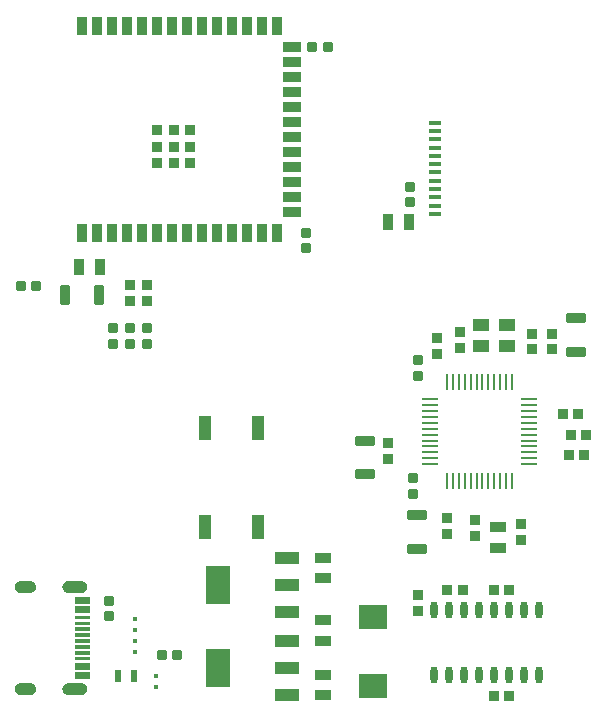
<source format=gbr>
%TF.GenerationSoftware,Altium Limited,Altium Designer,20.1.8 (145)*%
G04 Layer_Color=8421504*
%FSLAX45Y45*%
%MOMM*%
%TF.SameCoordinates,75FC8B90-4BF3-40FB-8E76-FB7BBE10E466*%
%TF.FilePolarity,Positive*%
%TF.FileFunction,Paste,Top*%
%TF.Part,Single*%
G01*
G75*
%TA.AperFunction,SMDPad,CuDef*%
G04:AMPARAMS|DCode=10|XSize=1.1mm|YSize=1.4mm|CornerRadius=0.055mm|HoleSize=0mm|Usage=FLASHONLY|Rotation=270.000|XOffset=0mm|YOffset=0mm|HoleType=Round|Shape=RoundedRectangle|*
%AMROUNDEDRECTD10*
21,1,1.10000,1.29000,0,0,270.0*
21,1,0.99000,1.40000,0,0,270.0*
1,1,0.11000,-0.64500,-0.49500*
1,1,0.11000,-0.64500,0.49500*
1,1,0.11000,0.64500,0.49500*
1,1,0.11000,0.64500,-0.49500*
%
%ADD10ROUNDEDRECTD10*%
G04:AMPARAMS|DCode=11|XSize=0.848mm|YSize=0.848mm|CornerRadius=0.0424mm|HoleSize=0mm|Usage=FLASHONLY|Rotation=0.000|XOffset=0mm|YOffset=0mm|HoleType=Round|Shape=RoundedRectangle|*
%AMROUNDEDRECTD11*
21,1,0.84800,0.76320,0,0,0.0*
21,1,0.76320,0.84800,0,0,0.0*
1,1,0.08480,0.38160,-0.38160*
1,1,0.08480,-0.38160,-0.38160*
1,1,0.08480,-0.38160,0.38160*
1,1,0.08480,0.38160,0.38160*
%
%ADD11ROUNDEDRECTD11*%
G04:AMPARAMS|DCode=12|XSize=0.848mm|YSize=0.848mm|CornerRadius=0.0424mm|HoleSize=0mm|Usage=FLASHONLY|Rotation=270.000|XOffset=0mm|YOffset=0mm|HoleType=Round|Shape=RoundedRectangle|*
%AMROUNDEDRECTD12*
21,1,0.84800,0.76320,0,0,270.0*
21,1,0.76320,0.84800,0,0,270.0*
1,1,0.08480,-0.38160,-0.38160*
1,1,0.08480,-0.38160,0.38160*
1,1,0.08480,0.38160,0.38160*
1,1,0.08480,0.38160,-0.38160*
%
%ADD12ROUNDEDRECTD12*%
G04:AMPARAMS|DCode=16|XSize=2.1mm|YSize=1mm|CornerRadius=0.05mm|HoleSize=0mm|Usage=FLASHONLY|Rotation=270.000|XOffset=0mm|YOffset=0mm|HoleType=Round|Shape=RoundedRectangle|*
%AMROUNDEDRECTD16*
21,1,2.10000,0.90000,0,0,270.0*
21,1,2.00000,1.00000,0,0,270.0*
1,1,0.10000,-0.45000,-1.00000*
1,1,0.10000,-0.45000,1.00000*
1,1,0.10000,0.45000,1.00000*
1,1,0.10000,0.45000,-1.00000*
%
%ADD16ROUNDEDRECTD16*%
G04:AMPARAMS|DCode=17|XSize=0.85mm|YSize=0.8mm|CornerRadius=0.04mm|HoleSize=0mm|Usage=FLASHONLY|Rotation=180.000|XOffset=0mm|YOffset=0mm|HoleType=Round|Shape=RoundedRectangle|*
%AMROUNDEDRECTD17*
21,1,0.85000,0.72000,0,0,180.0*
21,1,0.77000,0.80000,0,0,180.0*
1,1,0.08000,-0.38500,0.36000*
1,1,0.08000,0.38500,0.36000*
1,1,0.08000,0.38500,-0.36000*
1,1,0.08000,-0.38500,-0.36000*
%
%ADD17ROUNDEDRECTD17*%
G04:AMPARAMS|DCode=18|XSize=0.85mm|YSize=0.8mm|CornerRadius=0.048mm|HoleSize=0mm|Usage=FLASHONLY|Rotation=180.000|XOffset=0mm|YOffset=0mm|HoleType=Round|Shape=RoundedRectangle|*
%AMROUNDEDRECTD18*
21,1,0.85000,0.70400,0,0,180.0*
21,1,0.75400,0.80000,0,0,180.0*
1,1,0.09600,-0.37700,0.35200*
1,1,0.09600,0.37700,0.35200*
1,1,0.09600,0.37700,-0.35200*
1,1,0.09600,-0.37700,-0.35200*
%
%ADD18ROUNDEDRECTD18*%
%ADD19O,0.25000X1.40000*%
%ADD20O,1.40000X0.25000*%
G04:AMPARAMS|DCode=21|XSize=1.65mm|YSize=0.8mm|CornerRadius=0.04mm|HoleSize=0mm|Usage=FLASHONLY|Rotation=0.000|XOffset=0mm|YOffset=0mm|HoleType=Round|Shape=RoundedRectangle|*
%AMROUNDEDRECTD21*
21,1,1.65000,0.72000,0,0,0.0*
21,1,1.57000,0.80000,0,0,0.0*
1,1,0.08000,0.78500,-0.36000*
1,1,0.08000,-0.78500,-0.36000*
1,1,0.08000,-0.78500,0.36000*
1,1,0.08000,0.78500,0.36000*
%
%ADD21ROUNDEDRECTD21*%
%TA.AperFunction,ConnectorPad*%
%ADD22R,1.00000X0.45000*%
%TA.AperFunction,BGAPad,CuDef*%
%ADD23R,0.90000X0.90000*%
%TA.AperFunction,ConnectorPad*%
%ADD24R,1.50000X0.90000*%
%ADD25R,0.90000X1.50000*%
%TA.AperFunction,SMDPad,CuDef*%
%ADD26R,0.60000X1.00000*%
%ADD27O,0.60000X1.45000*%
%ADD28R,2.15000X3.25000*%
%ADD29R,2.15000X1.00000*%
G04:AMPARAMS|DCode=30|XSize=0.3mm|YSize=0.4mm|CornerRadius=0.0015mm|HoleSize=0mm|Usage=FLASHONLY|Rotation=0.000|XOffset=0mm|YOffset=0mm|HoleType=Round|Shape=RoundedRectangle|*
%AMROUNDEDRECTD30*
21,1,0.30000,0.39700,0,0,0.0*
21,1,0.29700,0.40000,0,0,0.0*
1,1,0.00300,0.14850,-0.19850*
1,1,0.00300,-0.14850,-0.19850*
1,1,0.00300,-0.14850,0.19850*
1,1,0.00300,0.14850,0.19850*
%
%ADD30ROUNDEDRECTD30*%
G04:AMPARAMS|DCode=31|XSize=0.85mm|YSize=0.8mm|CornerRadius=0.048mm|HoleSize=0mm|Usage=FLASHONLY|Rotation=270.000|XOffset=0mm|YOffset=0mm|HoleType=Round|Shape=RoundedRectangle|*
%AMROUNDEDRECTD31*
21,1,0.85000,0.70400,0,0,270.0*
21,1,0.75400,0.80000,0,0,270.0*
1,1,0.09600,-0.35200,-0.37700*
1,1,0.09600,-0.35200,0.37700*
1,1,0.09600,0.35200,0.37700*
1,1,0.09600,0.35200,-0.37700*
%
%ADD31ROUNDEDRECTD31*%
G04:AMPARAMS|DCode=32|XSize=2.35mm|YSize=2.1mm|CornerRadius=0.0105mm|HoleSize=0mm|Usage=FLASHONLY|Rotation=0.000|XOffset=0mm|YOffset=0mm|HoleType=Round|Shape=RoundedRectangle|*
%AMROUNDEDRECTD32*
21,1,2.35000,2.07900,0,0,0.0*
21,1,2.32900,2.10000,0,0,0.0*
1,1,0.02100,1.16450,-1.03950*
1,1,0.02100,-1.16450,-1.03950*
1,1,0.02100,-1.16450,1.03950*
1,1,0.02100,1.16450,1.03950*
%
%ADD32ROUNDEDRECTD32*%
G04:AMPARAMS|DCode=33|XSize=1.65mm|YSize=0.8mm|CornerRadius=0.04mm|HoleSize=0mm|Usage=FLASHONLY|Rotation=90.000|XOffset=0mm|YOffset=0mm|HoleType=Round|Shape=RoundedRectangle|*
%AMROUNDEDRECTD33*
21,1,1.65000,0.72000,0,0,90.0*
21,1,1.57000,0.80000,0,0,90.0*
1,1,0.08000,0.36000,0.78500*
1,1,0.08000,0.36000,-0.78500*
1,1,0.08000,-0.36000,-0.78500*
1,1,0.08000,-0.36000,0.78500*
%
%ADD33ROUNDEDRECTD33*%
G04:AMPARAMS|DCode=34|XSize=1.275mm|YSize=0.9mm|CornerRadius=0.045mm|HoleSize=0mm|Usage=FLASHONLY|Rotation=0.000|XOffset=0mm|YOffset=0mm|HoleType=Round|Shape=RoundedRectangle|*
%AMROUNDEDRECTD34*
21,1,1.27500,0.81000,0,0,0.0*
21,1,1.18500,0.90000,0,0,0.0*
1,1,0.09000,0.59250,-0.40500*
1,1,0.09000,-0.59250,-0.40500*
1,1,0.09000,-0.59250,0.40500*
1,1,0.09000,0.59250,0.40500*
%
%ADD34ROUNDEDRECTD34*%
G04:AMPARAMS|DCode=35|XSize=1.275mm|YSize=0.9mm|CornerRadius=0.045mm|HoleSize=0mm|Usage=FLASHONLY|Rotation=90.000|XOffset=0mm|YOffset=0mm|HoleType=Round|Shape=RoundedRectangle|*
%AMROUNDEDRECTD35*
21,1,1.27500,0.81000,0,0,90.0*
21,1,1.18500,0.90000,0,0,90.0*
1,1,0.09000,0.40500,0.59250*
1,1,0.09000,0.40500,-0.59250*
1,1,0.09000,-0.40500,-0.59250*
1,1,0.09000,-0.40500,0.59250*
%
%ADD35ROUNDEDRECTD35*%
G36*
X813481Y716272D02*
X689478D01*
Y746267D01*
X813481D01*
Y716272D01*
D02*
G37*
G36*
Y666275D02*
X689478D01*
Y696275D01*
X813481D01*
Y666275D01*
D02*
G37*
G36*
Y616275D02*
X689478D01*
Y646275D01*
X813481D01*
Y616275D01*
D02*
G37*
G36*
Y566275D02*
X689478D01*
Y596275D01*
X813481D01*
Y566275D01*
D02*
G37*
G36*
Y486273D02*
X689478D01*
Y546275D01*
X813481D01*
Y486273D01*
D02*
G37*
G36*
Y406273D02*
X689478D01*
Y466273D01*
X813481D01*
Y406273D01*
D02*
G37*
G36*
X743494Y374213D02*
X745978Y374023D01*
X748452Y373715D01*
X750910Y373281D01*
X753339Y372727D01*
X755736Y372054D01*
X758101Y371257D01*
X760420Y370345D01*
X762693Y369324D01*
X764913Y368183D01*
X767072Y366939D01*
X769168Y365590D01*
X771190Y364129D01*
X773138Y362580D01*
X775010Y360924D01*
X776793Y359184D01*
X778487Y357360D01*
X780087Y355448D01*
X781599Y353461D01*
X783003Y351399D01*
X784301Y349270D01*
X785490Y347088D01*
X786574Y344838D01*
X787540Y342542D01*
X788396Y340195D01*
X789127Y337815D01*
X789747Y335397D01*
X790240Y332953D01*
X790611Y330490D01*
X790862Y328008D01*
X790986Y325519D01*
Y323030D01*
X790862Y320535D01*
X790611Y318056D01*
X790240Y315590D01*
X789747Y313146D01*
X789127Y310736D01*
X788396Y308353D01*
X787540Y306006D01*
X786574Y303708D01*
X785490Y301462D01*
X784301Y299270D01*
X783003Y297150D01*
X781599Y295090D01*
X780087Y293101D01*
X778487Y291188D01*
X776793Y289359D01*
X775010Y287625D01*
X773138Y285968D01*
X771190Y284416D01*
X769168Y282961D01*
X767072Y281612D01*
X764913Y280360D01*
X762693Y279225D01*
X760420Y278199D01*
X758101Y277289D01*
X755736Y276497D01*
X753339Y275821D01*
X750910Y275267D01*
X748452Y274833D01*
X745978Y274521D01*
X743494Y274338D01*
X740999Y274274D01*
X630997D01*
X628508Y274338D01*
X626019Y274521D01*
X623542Y274833D01*
X621091Y275267D01*
X618663Y275821D01*
X616260Y276497D01*
X613895Y277289D01*
X611576Y278199D01*
X609300Y279225D01*
X607088Y280360D01*
X604929Y281612D01*
X602833Y282961D01*
X600807Y284416D01*
X598856Y285968D01*
X596991Y287625D01*
X595201Y289359D01*
X593509Y291188D01*
X591909Y293101D01*
X590403Y295090D01*
X588998Y297150D01*
X587695Y299270D01*
X586504Y301462D01*
X585419Y303708D01*
X584454Y306006D01*
X583601Y308353D01*
X582866Y310736D01*
X582249Y313146D01*
X581757Y315590D01*
X581386Y318056D01*
X581139Y320535D01*
X581015Y323030D01*
Y325519D01*
X581139Y328008D01*
X581386Y330490D01*
X581757Y332953D01*
X582249Y335397D01*
X582866Y337815D01*
X583601Y340195D01*
X584454Y342542D01*
X585419Y344838D01*
X586504Y347088D01*
X587695Y349270D01*
X588998Y351399D01*
X590403Y353461D01*
X591909Y355448D01*
X593509Y357360D01*
X595201Y359184D01*
X596991Y360924D01*
X598856Y362580D01*
X600807Y364129D01*
X602833Y365590D01*
X604929Y366939D01*
X607088Y368183D01*
X609300Y369324D01*
X611576Y370345D01*
X613895Y371257D01*
X616260Y372054D01*
X618663Y372727D01*
X621091Y373281D01*
X623542Y373715D01*
X626019Y374023D01*
X628508Y374213D01*
X630997Y374272D01*
X740999D01*
X743494Y374213D01*
D02*
G37*
G36*
X310485D02*
X312969Y374023D01*
X315445Y373715D01*
X317901Y373281D01*
X320330Y372727D01*
X322727Y372054D01*
X325092Y371257D01*
X327414Y370345D01*
X329687Y369324D01*
X331904Y368183D01*
X334066Y366939D01*
X336159Y365590D01*
X338183Y364129D01*
X340131Y362580D01*
X342003Y360924D01*
X343786Y359184D01*
X345478Y357360D01*
X347086Y355448D01*
X348590Y353461D01*
X349994Y351399D01*
X351295Y349270D01*
X352488Y347088D01*
X353568Y344838D01*
X354538Y342542D01*
X355389Y340195D01*
X356126Y337815D01*
X356738Y335397D01*
X357233Y332953D01*
X357602Y330490D01*
X357856Y328008D01*
X357977Y325519D01*
Y323030D01*
X357856Y320535D01*
X357602Y318056D01*
X357233Y315590D01*
X356738Y313146D01*
X356126Y310736D01*
X355389Y308353D01*
X354538Y306006D01*
X353568Y303708D01*
X352488Y301462D01*
X351295Y299270D01*
X349994Y297150D01*
X348590Y295090D01*
X347086Y293101D01*
X345478Y291188D01*
X343786Y289359D01*
X342003Y287625D01*
X340131Y285968D01*
X338183Y284416D01*
X336159Y282961D01*
X334066Y281612D01*
X331904Y280360D01*
X329687Y279225D01*
X327414Y278199D01*
X325092Y277289D01*
X322727Y276497D01*
X320330Y275821D01*
X317901Y275267D01*
X315445Y274833D01*
X312969Y274521D01*
X310485Y274338D01*
X307993Y274274D01*
X227990D01*
X225496Y274338D01*
X223012Y274521D01*
X220538Y274833D01*
X218082Y275267D01*
X215651Y275821D01*
X213253Y276497D01*
X210889Y277289D01*
X208570Y278199D01*
X206296Y279225D01*
X204076Y280360D01*
X201922Y281612D01*
X199822Y282961D01*
X197800Y284416D01*
X195852Y285968D01*
X193985Y287625D01*
X192197Y289359D01*
X190503Y291188D01*
X188902Y293101D01*
X187394Y295090D01*
X185989Y297150D01*
X184688Y299270D01*
X183500Y301462D01*
X182415Y303708D01*
X181450Y306006D01*
X180594Y308353D01*
X179862Y310736D01*
X179245Y313146D01*
X178750Y315590D01*
X178379Y318056D01*
X178133Y320535D01*
X178006Y323030D01*
Y325519D01*
X178133Y328008D01*
X178379Y330490D01*
X178750Y332953D01*
X179245Y335397D01*
X179862Y337815D01*
X180594Y340195D01*
X181450Y342542D01*
X182415Y344838D01*
X183500Y347088D01*
X184688Y349270D01*
X185989Y351399D01*
X187394Y353461D01*
X188902Y355448D01*
X190503Y357360D01*
X192197Y359184D01*
X193985Y360924D01*
X195852Y362580D01*
X197800Y364129D01*
X199822Y365590D01*
X201922Y366939D01*
X204076Y368183D01*
X206296Y369324D01*
X208570Y370345D01*
X210889Y371257D01*
X213253Y372054D01*
X215651Y372727D01*
X218082Y373281D01*
X220538Y373715D01*
X223012Y374023D01*
X225496Y374213D01*
X227990Y374272D01*
X307993D01*
X310485Y374213D01*
D02*
G37*
G36*
X743494Y1238217D02*
X745978Y1238032D01*
X748452Y1237722D01*
X750910Y1237292D01*
X753339Y1236734D01*
X755736Y1236055D01*
X758101Y1235265D01*
X760420Y1234354D01*
X762693Y1233330D01*
X764913Y1232190D01*
X767072Y1230942D01*
X769168Y1229591D01*
X771190Y1228138D01*
X773138Y1226586D01*
X775010Y1224930D01*
X776793Y1223193D01*
X778487Y1221367D01*
X780087Y1219454D01*
X781599Y1217465D01*
X783003Y1215405D01*
X784301Y1213277D01*
X785490Y1211090D01*
X786574Y1208842D01*
X787540Y1206548D01*
X788396Y1204206D01*
X789127Y1201819D01*
X789747Y1199406D01*
X790240Y1196965D01*
X790611Y1194498D01*
X790862Y1192017D01*
X790986Y1189530D01*
Y1187036D01*
X790862Y1184542D01*
X790611Y1182060D01*
X790240Y1179596D01*
X789747Y1177155D01*
X789127Y1174740D01*
X788396Y1172360D01*
X787540Y1170013D01*
X786574Y1167717D01*
X785490Y1165466D01*
X784301Y1163279D01*
X783003Y1161156D01*
X781599Y1159093D01*
X780087Y1157107D01*
X778487Y1155195D01*
X776793Y1153368D01*
X775010Y1151631D01*
X773138Y1149980D01*
X771190Y1148423D01*
X769168Y1146965D01*
X767072Y1145614D01*
X764913Y1144369D01*
X762693Y1143231D01*
X760420Y1142208D01*
X758101Y1141296D01*
X755736Y1140501D01*
X753339Y1139828D01*
X750910Y1139274D01*
X748452Y1138839D01*
X745978Y1138527D01*
X743494Y1138342D01*
X740999Y1138281D01*
X630997D01*
X628508Y1138342D01*
X626019Y1138527D01*
X623542Y1138839D01*
X621091Y1139274D01*
X618663Y1139828D01*
X616260Y1140501D01*
X613895Y1141296D01*
X611576Y1142208D01*
X609300Y1143231D01*
X607088Y1144369D01*
X604929Y1145614D01*
X602833Y1146965D01*
X600807Y1148423D01*
X598856Y1149980D01*
X596991Y1151631D01*
X595201Y1153368D01*
X593509Y1155195D01*
X591909Y1157107D01*
X590403Y1159093D01*
X588998Y1161156D01*
X587695Y1163279D01*
X586504Y1165466D01*
X585419Y1167717D01*
X584454Y1170013D01*
X583601Y1172360D01*
X582866Y1174740D01*
X582249Y1177155D01*
X581757Y1179596D01*
X581386Y1182060D01*
X581139Y1184542D01*
X581015Y1187036D01*
Y1189530D01*
X581139Y1192017D01*
X581386Y1194498D01*
X581757Y1196965D01*
X582249Y1199406D01*
X582866Y1201819D01*
X583601Y1204206D01*
X584454Y1206548D01*
X585419Y1208842D01*
X586504Y1211090D01*
X587695Y1213277D01*
X588998Y1215405D01*
X590403Y1217465D01*
X591909Y1219454D01*
X593509Y1221367D01*
X595201Y1223193D01*
X596991Y1224930D01*
X598856Y1226586D01*
X600807Y1228138D01*
X602833Y1229591D01*
X604929Y1230942D01*
X607088Y1232190D01*
X609300Y1233330D01*
X611576Y1234354D01*
X613895Y1235265D01*
X616260Y1236055D01*
X618663Y1236734D01*
X621091Y1237292D01*
X623542Y1237722D01*
X626019Y1238032D01*
X628508Y1238217D01*
X630997Y1238280D01*
X740999D01*
X743494Y1238217D01*
D02*
G37*
G36*
X310485D02*
X312969Y1238032D01*
X315445Y1237722D01*
X317901Y1237292D01*
X320330Y1236734D01*
X322727Y1236055D01*
X325092Y1235265D01*
X327414Y1234354D01*
X329687Y1233330D01*
X331904Y1232190D01*
X334066Y1230942D01*
X336159Y1229591D01*
X338183Y1228138D01*
X340131Y1226586D01*
X342003Y1224930D01*
X343786Y1223193D01*
X345478Y1221367D01*
X347086Y1219454D01*
X348590Y1217465D01*
X349994Y1215405D01*
X351295Y1213277D01*
X352488Y1211090D01*
X353568Y1208842D01*
X354538Y1206548D01*
X355389Y1204206D01*
X356126Y1201819D01*
X356738Y1199406D01*
X357233Y1196965D01*
X357602Y1194498D01*
X357856Y1192017D01*
X357977Y1189530D01*
Y1187036D01*
X357856Y1184542D01*
X357602Y1182060D01*
X357233Y1179596D01*
X356738Y1177155D01*
X356126Y1174740D01*
X355389Y1172360D01*
X354538Y1170013D01*
X353568Y1167717D01*
X352488Y1165466D01*
X351295Y1163279D01*
X349994Y1161156D01*
X348590Y1159093D01*
X347086Y1157107D01*
X345478Y1155195D01*
X343786Y1153368D01*
X342003Y1151631D01*
X340131Y1149980D01*
X338183Y1148423D01*
X336159Y1146965D01*
X334066Y1145614D01*
X331904Y1144369D01*
X329687Y1143231D01*
X327414Y1142208D01*
X325092Y1141296D01*
X322727Y1140501D01*
X320330Y1139828D01*
X317901Y1139274D01*
X315445Y1138839D01*
X312969Y1138527D01*
X310485Y1138342D01*
X307993Y1138281D01*
X227990D01*
X225496Y1138342D01*
X223012Y1138527D01*
X220538Y1138839D01*
X218082Y1139274D01*
X215651Y1139828D01*
X213253Y1140501D01*
X210889Y1141296D01*
X208570Y1142208D01*
X206296Y1143231D01*
X204076Y1144369D01*
X201922Y1145614D01*
X199822Y1146965D01*
X197800Y1148423D01*
X195852Y1149980D01*
X193985Y1151631D01*
X192197Y1153368D01*
X190503Y1155195D01*
X188902Y1157107D01*
X187394Y1159093D01*
X185989Y1161156D01*
X184688Y1163279D01*
X183500Y1165466D01*
X182415Y1167717D01*
X181450Y1170013D01*
X180594Y1172360D01*
X179862Y1174740D01*
X179245Y1177155D01*
X178750Y1179596D01*
X178379Y1182060D01*
X178133Y1184542D01*
X178006Y1187036D01*
Y1189530D01*
X178133Y1192017D01*
X178379Y1194498D01*
X178750Y1196965D01*
X179245Y1199406D01*
X179862Y1201819D01*
X180594Y1204206D01*
X181450Y1206548D01*
X182415Y1208842D01*
X183500Y1211090D01*
X184688Y1213277D01*
X185989Y1215405D01*
X187394Y1217465D01*
X188902Y1219454D01*
X190503Y1221367D01*
X192197Y1223193D01*
X193985Y1224930D01*
X195852Y1226586D01*
X197800Y1228138D01*
X199822Y1229591D01*
X201922Y1230942D01*
X204076Y1232190D01*
X206296Y1233330D01*
X208570Y1234354D01*
X210889Y1235265D01*
X213253Y1236055D01*
X215651Y1236734D01*
X218082Y1237292D01*
X220538Y1237722D01*
X223012Y1238032D01*
X225496Y1238217D01*
X227990Y1238280D01*
X307993D01*
X310485Y1238217D01*
D02*
G37*
G36*
X813481Y1046274D02*
X689478D01*
Y1106274D01*
X813481D01*
Y1046274D01*
D02*
G37*
G36*
Y966269D02*
X689478D01*
Y1026274D01*
X813481D01*
Y966269D01*
D02*
G37*
G36*
Y916269D02*
X689478D01*
Y946272D01*
X813481D01*
Y916269D01*
D02*
G37*
G36*
Y866270D02*
X689478D01*
Y896272D01*
X813481D01*
Y866270D01*
D02*
G37*
G36*
Y816267D02*
X689478D01*
Y846272D01*
X813481D01*
Y816267D01*
D02*
G37*
G36*
Y766267D02*
X689478D01*
Y796267D01*
X813481D01*
Y766267D01*
D02*
G37*
D10*
X4122560Y3226559D02*
D03*
Y3406559D02*
D03*
X4342560Y3226559D02*
D03*
Y3406559D02*
D03*
D11*
X4553801Y3333379D02*
D03*
Y3203379D02*
D03*
X4723981Y3333379D02*
D03*
Y3203379D02*
D03*
X3944201Y3346080D02*
D03*
Y3216080D02*
D03*
X4463001Y1589080D02*
D03*
Y1719080D02*
D03*
X4074881Y1624160D02*
D03*
Y1754161D02*
D03*
X3836781Y1641300D02*
D03*
Y1771300D02*
D03*
X3751161Y3295280D02*
D03*
Y3165280D02*
D03*
X3339005Y2276080D02*
D03*
Y2406081D02*
D03*
X3590020Y1117944D02*
D03*
Y987943D02*
D03*
D12*
X5013241Y2478700D02*
D03*
X4883241D02*
D03*
X4945781Y2653780D02*
D03*
X4815781D02*
D03*
X4998641Y2305210D02*
D03*
X4868641D02*
D03*
X3840420Y1164222D02*
D03*
X3970420D02*
D03*
X4364420D02*
D03*
X4234420D02*
D03*
X4364420Y266921D02*
D03*
X4234420D02*
D03*
D16*
X2236680Y2533280D02*
D03*
Y1693280D02*
D03*
X1786680Y2533280D02*
D03*
Y1693280D02*
D03*
D17*
X1296930Y3612220D02*
D03*
Y3742221D02*
D03*
X1150980Y3612220D02*
D03*
Y3742221D02*
D03*
D18*
X1296930Y3250021D02*
D03*
Y3380021D02*
D03*
X1007280D02*
D03*
Y3250021D02*
D03*
X1150980D02*
D03*
Y3380021D02*
D03*
X3588601Y3107665D02*
D03*
Y2977665D02*
D03*
X2645145Y4057457D02*
D03*
Y4187457D02*
D03*
X977900Y1070180D02*
D03*
Y940180D02*
D03*
X3547961Y1979340D02*
D03*
Y2109340D02*
D03*
X3520658Y4448460D02*
D03*
Y4578460D02*
D03*
D19*
X4386781Y2083700D02*
D03*
X4336781D02*
D03*
X4286781D02*
D03*
X4236781D02*
D03*
X4186781D02*
D03*
X4136781D02*
D03*
X4086781D02*
D03*
X4036781D02*
D03*
X3986781D02*
D03*
X3936781D02*
D03*
X3886781D02*
D03*
X3836781D02*
D03*
Y2923700D02*
D03*
X3886781D02*
D03*
X3936781D02*
D03*
X3986781D02*
D03*
X4036781D02*
D03*
X4086781D02*
D03*
X4136781D02*
D03*
X4186781D02*
D03*
X4236781D02*
D03*
X4286781D02*
D03*
X4336781D02*
D03*
X4386781D02*
D03*
D20*
X3691781Y2228700D02*
D03*
Y2278700D02*
D03*
Y2328700D02*
D03*
Y2378700D02*
D03*
Y2428700D02*
D03*
Y2478700D02*
D03*
Y2528700D02*
D03*
Y2578700D02*
D03*
Y2628700D02*
D03*
Y2678700D02*
D03*
Y2728700D02*
D03*
Y2778700D02*
D03*
X4531781D02*
D03*
Y2728700D02*
D03*
Y2678700D02*
D03*
Y2628700D02*
D03*
Y2578700D02*
D03*
Y2528700D02*
D03*
Y2478700D02*
D03*
Y2428700D02*
D03*
Y2378700D02*
D03*
Y2328700D02*
D03*
Y2278700D02*
D03*
Y2228700D02*
D03*
D21*
X4932261Y3180759D02*
D03*
Y3465759D02*
D03*
X3583521Y1793920D02*
D03*
Y1508920D02*
D03*
X3139743Y2428700D02*
D03*
Y2143700D02*
D03*
D22*
X3733800Y4348460D02*
D03*
Y4418460D02*
D03*
Y4488460D02*
D03*
Y4558460D02*
D03*
Y4628460D02*
D03*
Y4698460D02*
D03*
Y4768460D02*
D03*
Y4838460D02*
D03*
Y4908460D02*
D03*
Y4978460D02*
D03*
Y5048460D02*
D03*
Y5118460D02*
D03*
D23*
X1382280Y4774720D02*
D03*
Y4914720D02*
D03*
Y5054720D02*
D03*
X1522280Y4914720D02*
D03*
Y4774720D02*
D03*
Y5054720D02*
D03*
X1662280Y4774720D02*
D03*
Y4914720D02*
D03*
Y5054720D02*
D03*
D24*
X2526280Y5763220D02*
D03*
Y5636220D02*
D03*
Y5509220D02*
D03*
Y5382220D02*
D03*
Y5255220D02*
D03*
Y5128220D02*
D03*
Y5001220D02*
D03*
Y4874220D02*
D03*
Y4747220D02*
D03*
Y4620220D02*
D03*
Y4493220D02*
D03*
Y4366220D02*
D03*
D25*
X750280Y5939720D02*
D03*
X877280D02*
D03*
X1004280D02*
D03*
X1131280D02*
D03*
X1258280D02*
D03*
X1385280D02*
D03*
X1512280D02*
D03*
X1639280D02*
D03*
X1766280D02*
D03*
X1893280D02*
D03*
X2020280D02*
D03*
X2147280D02*
D03*
X2274280D02*
D03*
X2401280D02*
D03*
Y4189720D02*
D03*
X2274280D02*
D03*
X2147280D02*
D03*
X2020280D02*
D03*
X1893280D02*
D03*
X1766280D02*
D03*
X1639280D02*
D03*
X1512280D02*
D03*
X1385280D02*
D03*
X1258280D02*
D03*
X1131280D02*
D03*
X1004280D02*
D03*
X877280D02*
D03*
X750280D02*
D03*
D26*
X1183020Y436293D02*
D03*
X1049020D02*
D03*
D27*
X4615420Y989582D02*
D03*
X4488420D02*
D03*
X4361420D02*
D03*
X4234420D02*
D03*
X4107420D02*
D03*
X3980420D02*
D03*
X3853420D02*
D03*
X3726420D02*
D03*
X4615420Y444582D02*
D03*
X4488420D02*
D03*
X4361420D02*
D03*
X4234420D02*
D03*
X4107420D02*
D03*
X3980420D02*
D03*
X3853420D02*
D03*
X3726420D02*
D03*
D28*
X1894121Y501200D02*
D03*
Y1208100D02*
D03*
D29*
X2479121Y731200D02*
D03*
Y501200D02*
D03*
Y271200D02*
D03*
Y1438100D02*
D03*
Y1208100D02*
D03*
Y978100D02*
D03*
D30*
X1191260Y636289D02*
D03*
Y731289D02*
D03*
Y917240D02*
D03*
Y822240D02*
D03*
X1371600Y341293D02*
D03*
Y436293D02*
D03*
D31*
X1552400Y614296D02*
D03*
X1422400D02*
D03*
X2696370Y5763220D02*
D03*
X2826370D02*
D03*
X360000Y3739200D02*
D03*
X230000D02*
D03*
D32*
X3213100Y347980D02*
D03*
Y932980D02*
D03*
D33*
X889980Y3662520D02*
D03*
X604980D02*
D03*
D34*
X2788002Y731201D02*
D03*
Y906441D02*
D03*
X2788001Y1438100D02*
D03*
Y1262860D02*
D03*
X4267261Y1693920D02*
D03*
Y1518680D02*
D03*
X2788001Y271200D02*
D03*
Y446440D02*
D03*
D35*
X895060Y3896480D02*
D03*
X719820D02*
D03*
X3339180Y4280000D02*
D03*
X3514420D02*
D03*
%TF.MD5,a39e2c373b17222829bd4e49e815293a*%
M02*

</source>
